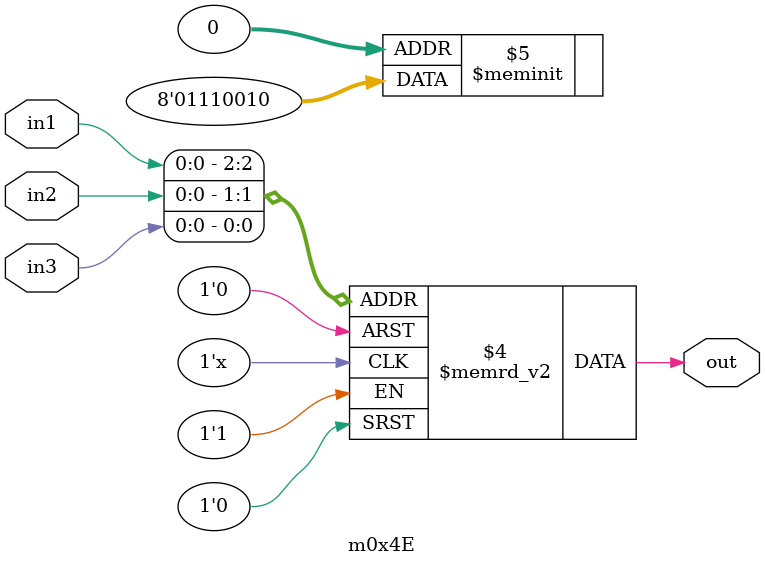
<source format=v>
module m0x4E(output out, input in1, in2, in3);

   always @(in1, in2, in3)
     begin
        case({in1, in2, in3})
          3'b000: {out} = 1'b0;
          3'b001: {out} = 1'b1;
          3'b010: {out} = 1'b0;
          3'b011: {out} = 1'b0;
          3'b100: {out} = 1'b1;
          3'b101: {out} = 1'b1;
          3'b110: {out} = 1'b1;
          3'b111: {out} = 1'b0;
        endcase // case ({in1, in2, in3})
     end // always @ (in1, in2, in3)

endmodule // m0x4E
</source>
